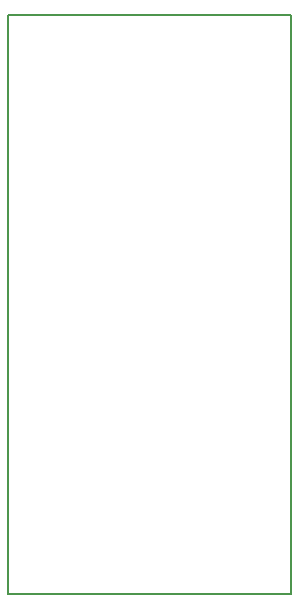
<source format=gko>
G04 DipTrace 2.4.0.2*
%INESPixelStick.GKO*%
%MOIN*%
%ADD11C,0.0055*%
%FSLAX44Y44*%
G04*
G70*
G90*
G75*
G01*
%LNBoardOutline*%
%LPD*%
X3937Y3937D2*
D11*
Y23228D1*
X13386D1*
Y3937D1*
X3937D1*
M02*

</source>
